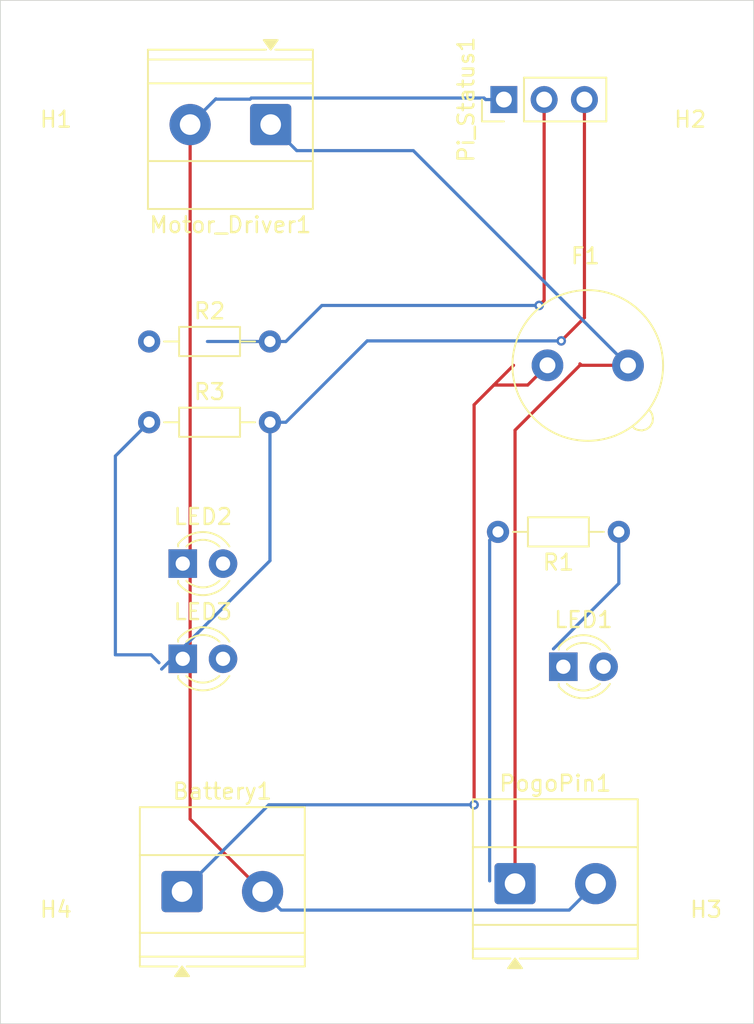
<source format=kicad_pcb>
(kicad_pcb (version 20241229) (generator "pcbnew") (generator_version "9.0")
  (layers (0 "F.Cu" signal) (2 "B.Cu" signal) (13 "F.Paste" user) (15 "B.Paste" user) (5 "F.SilkS" user "F.Silkscreen") (7 "B.SilkS" user "B.Silkscreen") (1 "F.Mask" user) (3 "B.Mask" user) (25 "Edge.Cuts" user))
  (net 0 "")
  (net 1 "Net-(Battery1-Pin_1)")
  (net 2 "GND")
  (net 3 "VBAT")
  (net 4 "Net-(LED1-PadA)")
  (net 5 "DOCK+")
  (net 6 "Net-(LED2-PadA)")
  (net 7 "LED_RED_CTRL")
  (net 8 "LED_GREEN_CTRL")
  (net 9 "Net-(LED3-PadA)")
  (footprint "Resistor_THT:R_Axial_DIN0204_L3.6mm_D1.6mm_P7.62mm_Horizontal" (layer "F.Cu") (at 114.88 61)
    (property "Reference" "R2" (at 3.81 -1.92 0) (layer "F.SilkS"))
    (property "Value" "1k")
    (fp_line (start 0.94 0) (end 1.89 0) (stroke (width 0.12)) (layer "F.SilkS"))
    (fp_line (start 1.89 -0.92) (end 1.89 0.92) (stroke (width 0.12)) (layer "F.SilkS"))
    (fp_line (start 1.89 0.92) (end 5.73 0.92) (stroke (width 0.12)) (layer "F.SilkS"))
    (fp_line (start 5.73 -0.92) (end 1.89 -0.92) (stroke (width 0.12)) (layer "F.SilkS"))
    (fp_line (start 5.73 0.92) (end 5.73 -0.92) (stroke (width 0.12)) (layer "F.SilkS"))
    (fp_line (start 6.68 0) (end 5.73 0) (stroke (width 0.12)) (layer "F.SilkS"))
    (pad "1" thru_hole circle (at 0 0) (size 1.4 1.4) (drill 0.7) (layers "*.Cu" "*.Mask") (net 6 "Net-(LED2-PadA)"))
    (pad "2" thru_hole oval (at 7.62 0) (size 1.4 1.4) (drill 0.7) (layers "*.Cu" "*.Mask") (net 7 "LED_RED_CTRL"))
  )
  (footprint "MountingHole:MountingHole_2.1mm" (layer "F.Cu") (at 109 100)
    (property "Reference" "H4" (at 0 -3.2 0) (layer "F.SilkS"))
    (property "Value" "MountingHole_Pad")
    (pad "" np_thru_hole circle (at 0 0) (size 2.1 2.1) (drill 2.1) (layers "*.Cu" "*.Mask"))
  )
  (footprint "Resistor_THT:R_Axial_DIN0204_L3.6mm_D1.6mm_P7.62mm_Horizontal" (layer "F.Cu") (at 144.5 73 180)
    (property "Reference" "R1" (at 3.81 -1.92 0) (layer "F.SilkS"))
    (property "Value" "1k")
    (fp_line (start 6.68 0) (end 5.73 0) (stroke (width 0.12)) (layer "F.SilkS"))
    (fp_line (start 5.73 0.92) (end 5.73 -0.92) (stroke (width 0.12)) (layer "F.SilkS"))
    (fp_line (start 5.73 -0.92) (end 1.89 -0.92) (stroke (width 0.12)) (layer "F.SilkS"))
    (fp_line (start 1.89 0.92) (end 5.73 0.92) (stroke (width 0.12)) (layer "F.SilkS"))
    (fp_line (start 1.89 -0.92) (end 1.89 0.92) (stroke (width 0.12)) (layer "F.SilkS"))
    (fp_line (start 0.94 0) (end 1.89 0) (stroke (width 0.12)) (layer "F.SilkS"))
    (pad "1" thru_hole circle (at 0 0 180) (size 1.4 1.4) (drill 0.7) (layers "*.Cu" "*.Mask") (net 4 "Net-(LED1-PadA)"))
    (pad "2" thru_hole oval (at 7.62 0 180) (size 1.4 1.4) (drill 0.7) (layers "*.Cu" "*.Mask") (net 5 "DOCK+"))
  )
  (footprint "TerminalBlock_Phoenix:TerminalBlock_Phoenix_MKDS-1,5-2-5.08_1x02_P5.08mm_Horizontal" (layer "F.Cu") (at 122.545 47.3275 180)
    (property "Reference" "Motor_Driver1" (at 2.54 -6.32 0) (layer "F.SilkS"))
    (property "Value" "Conn_01x02_Pin")
    (fp_line (start 7.74 -5.32) (end 7.74 4.72) (stroke (width 0.12)) (layer "F.SilkS"))
    (fp_line (start 0.3 4.72) (end 7.74 4.72) (stroke (width 0.12)) (layer "F.SilkS"))
    (fp_line (start -2.66 4.72) (end -0.3 4.72) (stroke (width 0.12)) (layer "F.SilkS"))
    (fp_line (start -2.66 4.1) (end 7.74 4.1) (stroke (width 0.12)) (layer "F.SilkS"))
    (fp_line (start -2.66 2.6) (end 7.74 2.6) (stroke (width 0.12)) (layer "F.SilkS"))
    (fp_line (start -2.66 -2.3) (end 7.74 -2.3) (stroke (width 0.12)) (layer "F.SilkS"))
    (fp_line (start -2.66 -5.32) (end 7.74 -5.32) (stroke (width 0.12)) (layer "F.SilkS"))
    (fp_line (start -2.66 -5.32) (end -2.66 4.72) (stroke (width 0.12)) (layer "F.SilkS"))
    (fp_poly (pts (xy 0 4.72) (xy 0.44 5.33) (xy -0.44 5.33)) (stroke (width 0.12)) (fill yes) (layer "F.SilkS"))
    (pad "1" thru_hole roundrect (at 0 0 180) (size 2.6 2.6) (drill 1.3) (layers "*.Cu" "*.Mask") (roundrect_rratio 0.096154) (net 3 "VBAT"))
    (pad "2" thru_hole circle (at 5.08 0 180) (size 2.6 2.6) (drill 1.3) (layers "*.Cu" "*.Mask") (net 2 "GND"))
  )
  (footprint "MountingHole:MountingHole_2.1mm" (layer "F.Cu") (at 150 100)
    (property "Reference" "H3" (at 0 -3.2 0) (layer "F.SilkS"))
    (property "Value" "MountingHole_Pad")
    (pad "" np_thru_hole circle (at 0 0) (size 2.1 2.1) (drill 2.1) (layers "*.Cu" "*.Mask"))
  )
  (footprint "Connector_PinHeader_2.54mm:PinHeader_1x03_P2.54mm_Vertical" (layer "F.Cu") (at 137.25 45.75 90)
    (property "Reference" "Pi_Status1" (at 0 -2.38 90) (layer "F.SilkS"))
    (property "Value" "Conn_01x03_Pin")
    (fp_line (start -1.38 -1.38) (end 0 -1.38) (stroke (width 0.12)) (layer "F.SilkS"))
    (fp_line (start -1.38 0) (end -1.38 -1.38) (stroke (width 0.12)) (layer "F.SilkS"))
    (fp_line (start 1.38 1.27) (end 1.38 6.46) (stroke (width 0.12)) (layer "F.SilkS"))
    (fp_line (start -1.38 1.27) (end 1.38 1.27) (stroke (width 0.12)) (layer "F.SilkS"))
    (fp_line (start -1.38 1.27) (end -1.38 6.46) (stroke (width 0.12)) (layer "F.SilkS"))
    (fp_line (start -1.38 6.46) (end 1.38 6.46) (stroke (width 0.12)) (layer "F.SilkS"))
    (pad "1" thru_hole rect (at 0 0 90) (size 1.7 1.7) (drill 1) (layers "*.Cu" "*.Mask") (net 2 "GND"))
    (pad "2" thru_hole circle (at 0 2.54 90) (size 1.7 1.7) (drill 1) (layers "*.Cu" "*.Mask") (net 7 "LED_RED_CTRL"))
    (pad "3" thru_hole circle (at 0 5.08 90) (size 1.7 1.7) (drill 1) (layers "*.Cu" "*.Mask") (net 8 "LED_GREEN_CTRL"))
  )
  (footprint "Fuse:Fuseholder_TR5_Littelfuse_No560_No460" (layer "F.Cu") (at 140 62.5)
    (property "Reference" "F1" (at 2.39 -6.89 0) (layer "F.SilkS"))
    (property "Value" "Fuse")
    (fp_line (start 5.49 3.99) (end 5.36 3.84) (stroke (width 0.12)) (layer "F.SilkS"))
    (fp_line (start 5.67 4.07) (end 5.49 3.99) (stroke (width 0.12)) (layer "F.SilkS"))
    (fp_line (start 5.96 4.11) (end 5.67 4.07) (stroke (width 0.12)) (layer "F.SilkS"))
    (fp_line (start 6.25 4.03) (end 5.96 4.11) (stroke (width 0.12)) (layer "F.SilkS"))
    (fp_line (start 6.39 2.79) (end 6.51 2.93) (stroke (width 0.12)) (layer "F.SilkS"))
    (fp_line (start 6.47 3.86) (end 6.25 4.03) (stroke (width 0.12)) (layer "F.SilkS"))
    (fp_line (start 6.51 2.93) (end 6.6 3.09) (stroke (width 0.12)) (layer "F.SilkS"))
    (fp_line (start 6.6 3.09) (end 6.65 3.34) (stroke (width 0.12)) (layer "F.SilkS"))
    (fp_line (start 6.62 3.6) (end 6.47 3.86) (stroke (width 0.12)) (layer "F.SilkS"))
    (fp_line (start 6.65 3.34) (end 6.62 3.6) (stroke (width 0.12)) (layer "F.SilkS"))
    (fp_circle (center 2.54 0.01) (end 7.29 0.01) (stroke (width 0.12)) (fill no) (layer "F.SilkS"))
    (pad "1" thru_hole circle (at 0 0) (size 2 2) (drill 1) (layers "*.Cu" "*.Mask") (net 1 "Net-(Battery1-Pin_1)"))
    (pad "2" thru_hole circle (at 5.08 0.01) (size 2 2) (drill 1) (layers "*.Cu" "*.Mask") (net 3 "VBAT"))
  )
  (footprint "MountingHole:MountingHole_2.1mm" (layer "F.Cu") (at 149 43)
    (property "Reference" "H2" (at 0 4 0) (layer "F.SilkS"))
    (property "Value" "MountingHole_Pad")
    (pad "" np_thru_hole circle (at 0 0) (size 2.1 2.1) (drill 2.1) (layers "*.Cu" "*.Mask"))
  )
  (footprint "TerminalBlock_Phoenix:TerminalBlock_Phoenix_MKDS-1,5-2-5.08_1x02_P5.08mm_Horizontal" (layer "F.Cu") (at 137.955 95.1725)
    (property "Reference" "PogoPin1" (at 2.54 -6.32 0) (layer "F.SilkS"))
    (property "Value" "Conn_01x02_Pin")
    (fp_line (start -2.66 -5.32) (end -2.66 4.72) (stroke (width 0.12)) (layer "F.SilkS"))
    (fp_line (start -2.66 -5.32) (end 7.74 -5.32) (stroke (width 0.12)) (layer "F.SilkS"))
    (fp_line (start -2.66 -2.3) (end 7.74 -2.3) (stroke (width 0.12)) (layer "F.SilkS"))
    (fp_line (start -2.66 2.6) (end 7.74 2.6) (stroke (width 0.12)) (layer "F.SilkS"))
    (fp_line (start -2.66 4.1) (end 7.74 4.1) (stroke (width 0.12)) (layer "F.SilkS"))
    (fp_line (start -2.66 4.72) (end -0.3 4.72) (stroke (width 0.12)) (layer "F.SilkS"))
    (fp_line (start 0.3 4.72) (end 7.74 4.72) (stroke (width 0.12)) (layer "F.SilkS"))
    (fp_line (start 7.74 -5.32) (end 7.74 4.72) (stroke (width 0.12)) (layer "F.SilkS"))
    (fp_poly (pts (xy 0 4.72) (xy 0.44 5.33) (xy -0.44 5.33)) (stroke (width 0.12)) (fill yes) (layer "F.SilkS"))
    (pad "1" thru_hole roundrect (at 0 0) (size 2.6 2.6) (drill 1.3) (layers "*.Cu" "*.Mask") (roundrect_rratio 0.096154) (net 3 "VBAT"))
    (pad "2" thru_hole circle (at 5.08 0) (size 2.6 2.6) (drill 1.3) (layers "*.Cu" "*.Mask") (net 2 "GND"))
  )
  (footprint "MountingHole:MountingHole_2.1mm" (layer "F.Cu") (at 109 42.5)
    (property "Reference" "H1" (at 0 4.5 0) (layer "F.SilkS"))
    (property "Value" "MountingHole_Pad")
    (pad "" np_thru_hole circle (at 0 0) (size 2.1 2.1) (drill 2.1) (layers "*.Cu" "*.Mask"))
  )
  (footprint "LED_THT:LED_D3.0mm_Clear" (layer "F.Cu") (at 117 81)
    (property "Reference" "LED3" (at 1.27 -2.96 0) (layer "F.SilkS"))
    (property "Value" "LED")
    (fp_line (start -0.29 -1.236) (end -0.29 -1.08) (stroke (width 0.12)) (layer "F.SilkS"))
    (fp_line (start -0.29 1.08) (end -0.29 1.236) (stroke (width 0.12)) (layer "F.SilkS"))
    (fp_arc (start -0.29 -1.235516) (mid 1.365624 -1.987701) (end 2.941397 -1.080061) (stroke (width 0.12)) (layer "F.SilkS"))
    (fp_arc (start 0.229039 -1.08) (mid 1.269964 -1.5) (end 2.31091 -1.080049) (stroke (width 0.12)) (layer "F.SilkS"))
    (fp_arc (start 2.31091 1.080049) (mid 1.269964 1.5) (end 0.229039 1.08) (stroke (width 0.12)) (layer "F.SilkS"))
    (fp_arc (start 2.941397 1.080061) (mid 1.365624 1.987701) (end -0.29 1.235516) (stroke (width 0.12)) (layer "F.SilkS"))
    (pad "1" thru_hole rect (at 0 0) (size 1.8 1.8) (drill 0.9) (layers "*.Cu" "*.Mask"))
    (pad "2" thru_hole circle (at 2.54 0) (size 1.8 1.8) (drill 0.9) (layers "*.Cu" "*.Mask"))
  )
  (footprint "Resistor_THT:R_Axial_DIN0204_L3.6mm_D1.6mm_P7.62mm_Horizontal" (layer "F.Cu") (at 114.88 66.09)
    (property "Reference" "R3" (at 3.81 -1.92 0) (layer "F.SilkS"))
    (property "Value" "1k")
    (fp_line (start 0.94 0) (end 1.89 0) (stroke (width 0.12)) (layer "F.SilkS"))
    (fp_line (start 1.89 -0.92) (end 1.89 0.92) (stroke (width 0.12)) (layer "F.SilkS"))
    (fp_line (start 1.89 0.92) (end 5.73 0.92) (stroke (width 0.12)) (layer "F.SilkS"))
    (fp_line (start 5.73 -0.92) (end 1.89 -0.92) (stroke (width 0.12)) (layer "F.SilkS"))
    (fp_line (start 5.73 0.92) (end 5.73 -0.92) (stroke (width 0.12)) (layer "F.SilkS"))
    (fp_line (start 6.68 0) (end 5.73 0) (stroke (width 0.12)) (layer "F.SilkS"))
    (pad "1" thru_hole circle (at 0 0) (size 1.4 1.4) (drill 0.7) (layers "*.Cu" "*.Mask") (net 9 "Net-(LED3-PadA)"))
    (pad "2" thru_hole oval (at 7.62 0) (size 1.4 1.4) (drill 0.7) (layers "*.Cu" "*.Mask") (net 8 "LED_GREEN_CTRL"))
  )
  (footprint "TerminalBlock_Phoenix:TerminalBlock_Phoenix_MKDS-1,5-2-5.08_1x02_P5.08mm_Horizontal" (layer "F.Cu") (at 116.955 95.6725)
    (property "Reference" "Battery1" (at 2.54 -6.32 0) (layer "F.SilkS"))
    (property "Value" "Conn_01x02_Pin")
    (fp_line (start -2.66 -5.32) (end -2.66 4.72) (stroke (width 0.12)) (layer "F.SilkS"))
    (fp_line (start -2.66 -5.32) (end 7.74 -5.32) (stroke (width 0.12)) (layer "F.SilkS"))
    (fp_line (start -2.66 -2.3) (end 7.74 -2.3) (stroke (width 0.12)) (layer "F.SilkS"))
    (fp_line (start -2.66 2.6) (end 7.74 2.6) (stroke (width 0.12)) (layer "F.SilkS"))
    (fp_line (start -2.66 4.1) (end 7.74 4.1) (stroke (width 0.12)) (layer "F.SilkS"))
    (fp_line (start -2.66 4.72) (end -0.3 4.72) (stroke (width 0.12)) (layer "F.SilkS"))
    (fp_line (start 0.3 4.72) (end 7.74 4.72) (stroke (width 0.12)) (layer "F.SilkS"))
    (fp_line (start 7.74 -5.32) (end 7.74 4.72) (stroke (width 0.12)) (layer "F.SilkS"))
    (fp_poly (pts (xy 0 4.72) (xy 0.44 5.33) (xy -0.44 5.33)) (stroke (width 0.12)) (fill yes) (layer "F.SilkS"))
    (pad "1" thru_hole roundrect (at 0 0) (size 2.6 2.6) (drill 1.3) (layers "*.Cu" "*.Mask") (roundrect_rratio 0.096154) (net 1 "Net-(Battery1-Pin_1)"))
    (pad "2" thru_hole circle (at 5.08 0) (size 2.6 2.6) (drill 1.3) (layers "*.Cu" "*.Mask") (net 2 "GND"))
  )
  (footprint "LED_THT:LED_D3.0mm" (layer "F.Cu") (at 141 81.5)
    (property "Reference" "LED1" (at 1.27 -2.96 0) (layer "F.SilkS"))
    (property "Value" "LED")
    (fp_line (start -0.29 -1.236) (end -0.29 -1.08) (stroke (width 0.12)) (layer "F.SilkS"))
    (fp_line (start -0.29 1.08) (end -0.29 1.236) (stroke (width 0.12)) (layer "F.SilkS"))
    (fp_arc (start -0.29 -1.235516) (mid 1.365624 -1.987701) (end 2.941397 -1.080061) (stroke (width 0.12)) (layer "F.SilkS"))
    (fp_arc (start 0.229039 -1.08) (mid 1.269964 -1.5) (end 2.31091 -1.080049) (stroke (width 0.12)) (layer "F.SilkS"))
    (fp_arc (start 2.31091 1.080049) (mid 1.269964 1.5) (end 0.229039 1.08) (stroke (width 0.12)) (layer "F.SilkS"))
    (fp_arc (start 2.941397 1.080061) (mid 1.365624 1.987701) (end -0.29 1.235516) (stroke (width 0.12)) (layer "F.SilkS"))
    (pad "1" thru_hole rect (at 0 0) (size 1.8 1.8) (drill 0.9) (layers "*.Cu" "*.Mask"))
    (pad "2" thru_hole circle (at 2.54 0) (size 1.8 1.8) (drill 0.9) (layers "*.Cu" "*.Mask"))
  )
  (footprint "LED_THT:LED_D3.0mm" (layer "F.Cu") (at 117 75)
    (property "Reference" "LED2" (at 1.27 -2.96 0) (layer "F.SilkS"))
    (property "Value" "LED")
    (fp_line (start -0.29 -1.236) (end -0.29 -1.08) (stroke (width 0.12)) (layer "F.SilkS"))
    (fp_line (start -0.29 1.08) (end -0.29 1.236) (stroke (width 0.12)) (layer "F.SilkS"))
    (fp_arc (start -0.29 -1.235516) (mid 1.365624 -1.987701) (end 2.941397 -1.080061) (stroke (width 0.12)) (layer "F.SilkS"))
    (fp_arc (start 0.229039 -1.08) (mid 1.269964 -1.5) (end 2.31091 -1.080049) (stroke (width 0.12)) (layer "F.SilkS"))
    (fp_arc (start 2.31091 1.080049) (mid 1.269964 1.5) (end 0.229039 1.08) (stroke (width 0.12)) (layer "F.SilkS"))
    (fp_arc (start 2.941397 1.080061) (mid 1.365624 1.987701) (end -0.29 1.235516) (stroke (width 0.12)) (layer "F.SilkS"))
    (pad "1" thru_hole rect (at 0 0) (size 1.8 1.8) (drill 0.9) (layers "*.Cu" "*.Mask"))
    (pad "2" thru_hole circle (at 2.54 0) (size 1.8 1.8) (drill 0.9) (layers "*.Cu" "*.Mask"))
  )
  (gr_rect (start 105.5 39.5) (end 153 104) (stroke (width 0.05)) (fill no) (layer "Edge.Cuts"))
  (segment (start 136.6175 63.7447) (end 137.862 62.5) (width 0.2) (layer "F.Cu") (net 1))
  (segment (start 135.373 64.9895) (end 136.6175 63.7447) (width 0.2) (layer "F.Cu") (net 1))
  (segment (start 136.6175 63.7447) (end 138.7553 63.7447) (width 0.2) (layer "F.Cu") (net 1))
  (segment (start 135.373 90.2021) (end 135.373 64.9895) (width 0.2) (layer "F.Cu") (net 1))
  (segment (start 138.7553 63.7447) (end 140 62.5) (width 0.2) (layer "F.Cu") (net 1))
  (via (at 135.373 90.2021) (size 0.6) (drill 0.3) (layers "F.Cu" "B.Cu") (net 1))
  (segment (start 116.955 95.6725) (end 122.425 90.2021) (width 0.2) (layer "B.Cu") (net 1))
  (segment (start 122.425 90.2021) (end 135.373 90.2021) (width 0.2) (layer "B.Cu") (net 1))
  (segment (start 122.035 95.6725) (end 117.465 91.1025) (width 0.2) (layer "F.Cu") (net 2))
  (segment (start 117.465 91.1025) (end 117.465 47.3275) (width 0.2) (layer "F.Cu") (net 2))
  (segment (start 141.368 96.8391) (end 123.202 96.8391) (width 0.2) (layer "B.Cu") (net 2))
  (segment (start 119.066 45.7264) (end 121.2439 45.7264) (width 0.2) (layer "B.Cu") (net 2))
  (segment (start 119.066 45.7264) (end 117.465 47.3275) (width 0.2) (layer "B.Cu") (net 2))
  (segment (start 119.091 45.7014) (end 119.066 45.7264) (width 0.2) (layer "B.Cu") (net 2))
  (segment (start 137.25 45.75) (end 136.0983 45.75) (width 0.2) (layer "B.Cu") (net 2))
  (segment (start 121.2439 45.7264) (end 121.3176 45.6527) (width 0.2) (layer "B.Cu") (net 2))
  (segment (start 136.001 45.6527) (end 136.0983 45.75) (width 0.2) (layer "B.Cu") (net 2))
  (segment (start 143.035 95.1725) (end 141.368 96.8391) (width 0.2) (layer "B.Cu") (net 2))
  (segment (start 121.3176 45.6527) (end 136.001 45.6527) (width 0.2) (layer "B.Cu") (net 2))
  (segment (start 123.202 96.8391) (end 122.035 95.6725) (width 0.2) (layer "B.Cu") (net 2))
  (segment (start 142.138 62.4998) (end 145.0698 62.4998) (width 0.2) (layer "F.Cu") (net 3))
  (segment (start 142.092 62.4536) (end 142.138 62.4996) (width 0.2) (layer "F.Cu") (net 3))
  (segment (start 142.045 62.4075) (end 142.092 62.4536) (width 0.2) (layer "F.Cu") (net 3))
  (segment (start 142.138 62.4996) (end 142.138 62.4997) (width 0.2) (layer "F.Cu") (net 3))
  (segment (start 142.138 62.4998) (end 142.138 62.4997) (width 0.2) (layer "F.Cu") (net 3))
  (segment (start 137.955 95.1725) (end 137.955 66.5901) (width 0.2) (layer "F.Cu") (net 3))
  (segment (start 142.138 62.4997) (end 142.138 62.4998) (width 0.2) (layer "F.Cu") (net 3))
  (segment (start 137.955 66.5901) (end 142.092 62.4536) (width 0.2) (layer "F.Cu") (net 3))
  (segment (start 145.0698 62.4998) (end 145.08 62.51) (width 0.2) (layer "F.Cu") (net 3))
  (segment (start 142.138 62.5) (end 142.138 62.4998) (width 0.2) (layer "F.Cu") (net 3))
  (segment (start 124.188 48.9706) (end 131.5406 48.9706) (width 0.2) (layer "B.Cu") (net 3))
  (segment (start 131.5406 48.9706) (end 145.08 62.51) (width 0.2) (layer "B.Cu") (net 3))
  (segment (start 122.545 47.3275) (end 124.188 48.9706) (width 0.2) (layer "B.Cu") (net 3))
  (segment (start 144.5 76.25) (end 140.375 80.375) (width 0.2) (layer "B.Cu") (net 4))
  (segment (start 144.5 73) (end 144.5 76.25) (width 0.2) (layer "B.Cu") (net 4))
  (segment (start 136.88 73) (end 136.354 73.526) (width 0.2) (layer "B.Cu") (net 5))
  (segment (start 136.354 73.526) (end 136.354 95) (width 0.2) (layer "B.Cu") (net 5))
  (segment (start 139.79 58.4095) (end 139.4721 58.7274) (width 0.2) (layer "F.Cu") (net 7))
  (segment (start 139.79 45.75) (end 139.79 58.4095) (width 0.2) (layer "F.Cu") (net 7))
  (via (at 139.4721 58.7274) (size 0.6) (drill 0.3) (layers "F.Cu" "B.Cu") (net 7))
  (segment (start 122.5 61) (end 118.554 61) (width 0.2) (layer "B.Cu") (net 7))
  (segment (start 125.7743 58.7274) (end 123.5017 61) (width 0.2) (layer "B.Cu") (net 7))
  (segment (start 139.4721 58.7274) (end 125.7743 58.7274) (width 0.2) (layer "B.Cu") (net 7))
  (segment (start 122.5 61) (end 123.5017 61) (width 0.2) (layer "B.Cu") (net 7))
  (segment (start 140.8682 60.9621) (end 142.33 59.5003) (width 0.2) (layer "F.Cu") (net 8))
  (segment (start 142.33 59.5003) (end 142.33 45.75) (width 0.2) (layer "F.Cu") (net 8))
  (via (at 140.8682 60.9621) (size 0.6) (drill 0.3) (layers "F.Cu" "B.Cu") (net 8))
  (segment (start 123.5017 66.09) (end 128.6296 60.9621) (width 0.2) (layer "B.Cu") (net 8))
  (segment (start 122.5 74.8171) (end 115.666 81.651) (width 0.2) (layer "B.Cu") (net 8))
  (segment (start 128.6296 60.9621) (end 140.8682 60.9621) (width 0.2) (layer "B.Cu") (net 8))
  (segment (start 122.5 66.09) (end 122.5 74.8171) (width 0.2) (layer "B.Cu") (net 8))
  (segment (start 122.5 66.09) (end 123.5017 66.09) (width 0.2) (layer "B.Cu") (net 8))
  (segment (start 115 80.75) (end 115.5 81.25) (width 0.2) (layer "B.Cu") (net 9))
  (segment (start 112.75 68.22) (end 112.75 80.75) (width 0.2) (layer "B.Cu") (net 9))
  (segment (start 112.75 80.75) (end 115 80.75) (width 0.2) (layer "B.Cu") (net 9))
  (segment (start 114.88 66.09) (end 112.75 68.22) (width 0.2) (layer "B.Cu") (net 9))
)
</source>
